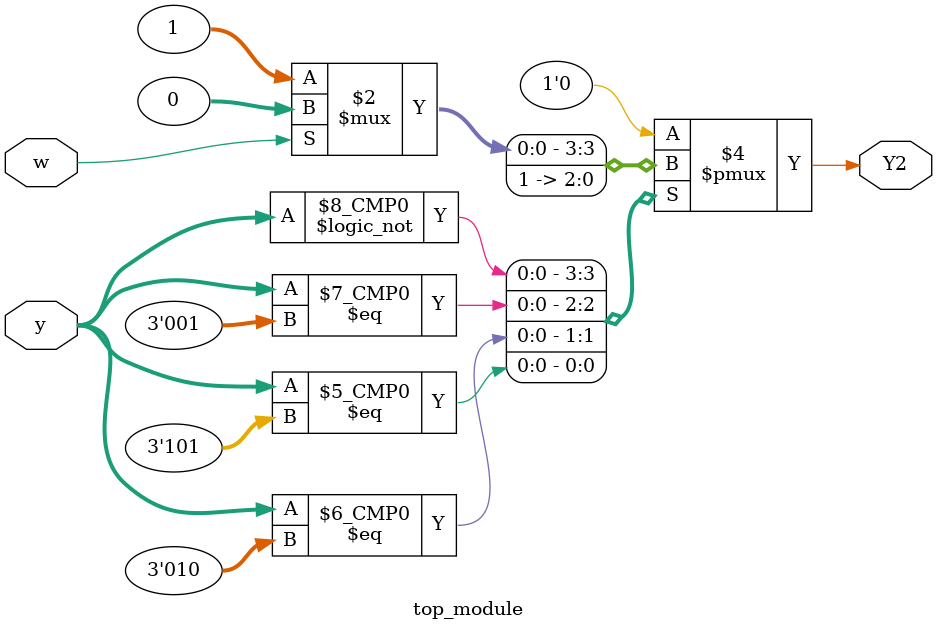
<source format=sv>
module top_module(
    input [3:1] y,
    input w,
    output reg Y2);

    always @(*) begin
        case (y)
            // Next state logic for Y2
            3'b000: Y2 = (w) ? 0 : 1;
            3'b001: Y2 = 1;
            3'b010: Y2 = 1;
            3'b011: Y2 = 0;
            3'b100: Y2 = 0;
            3'b101: Y2 = 1;
            default: Y2 = 0;
        endcase
    end

endmodule

</source>
